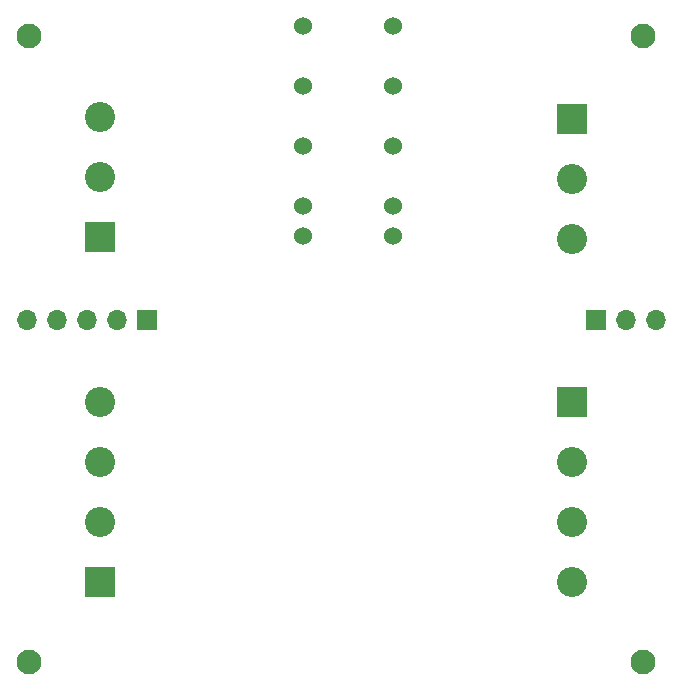
<source format=gbs>
G04 #@! TF.GenerationSoftware,KiCad,Pcbnew,5.1.10-88a1d61d58~88~ubuntu20.10.1*
G04 #@! TF.CreationDate,2021-05-12T21:52:12+02:00*
G04 #@! TF.ProjectId,Servopoint_opto,53657276-6f70-46f6-996e-745f6f70746f,rev?*
G04 #@! TF.SameCoordinates,Original*
G04 #@! TF.FileFunction,Soldermask,Bot*
G04 #@! TF.FilePolarity,Negative*
%FSLAX46Y46*%
G04 Gerber Fmt 4.6, Leading zero omitted, Abs format (unit mm)*
G04 Created by KiCad (PCBNEW 5.1.10-88a1d61d58~88~ubuntu20.10.1) date 2021-05-12 21:52:12*
%MOMM*%
%LPD*%
G01*
G04 APERTURE LIST*
%ADD10C,2.100000*%
%ADD11C,2.550000*%
%ADD12R,2.550000X2.550000*%
%ADD13O,1.700000X1.700000*%
%ADD14R,1.700000X1.700000*%
%ADD15C,1.524000*%
G04 APERTURE END LIST*
D10*
X126000000Y-97000000D03*
X74000000Y-97000000D03*
X126000000Y-44000000D03*
X74000000Y-44000000D03*
D11*
X80000000Y-50840000D03*
X80000000Y-55920000D03*
D12*
X80000000Y-61000000D03*
D11*
X120000000Y-61160000D03*
X120000000Y-56080000D03*
D12*
X120000000Y-51000000D03*
D11*
X80000000Y-75000000D03*
X80000000Y-80080000D03*
X80000000Y-85160000D03*
D12*
X80000000Y-90240000D03*
D11*
X120000000Y-90240000D03*
X120000000Y-85160000D03*
X120000000Y-80080000D03*
D12*
X120000000Y-75000000D03*
D13*
X73840000Y-68000000D03*
X76380000Y-68000000D03*
X78920000Y-68000000D03*
X81460000Y-68000000D03*
D14*
X84000000Y-68000000D03*
D15*
X104810000Y-60890000D03*
X104810000Y-58350000D03*
X104810000Y-53270000D03*
X104810000Y-48190000D03*
X104810000Y-43110000D03*
X97190000Y-43110000D03*
X97190000Y-48190000D03*
X97190000Y-53270000D03*
X97190000Y-58350000D03*
X97190000Y-60890000D03*
D14*
X122000000Y-68000000D03*
D13*
X124540000Y-68000000D03*
X127080000Y-68000000D03*
M02*

</source>
